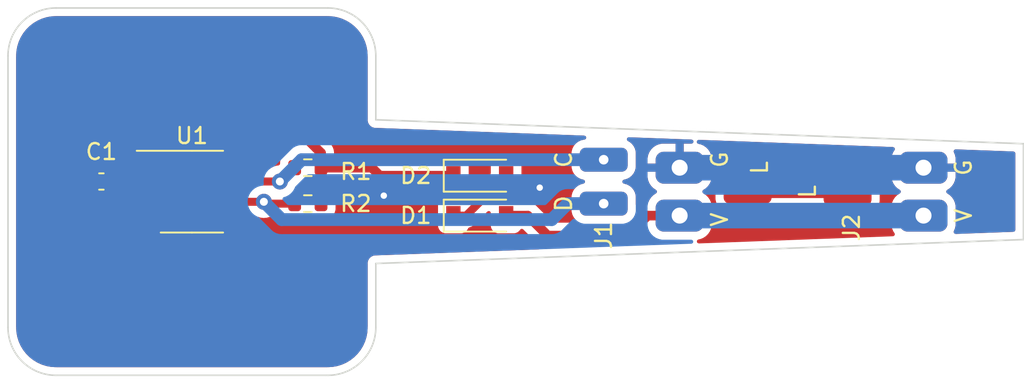
<source format=kicad_pcb>
(kicad_pcb (version 20211014) (generator pcbnew)
  (layers (0 "F.Cu" signal) (31 "B.Cu" signal) (34 "B.Paste" user) (35 "F.Paste" user) (36 "B.SilkS" user "B.Silkscreen") (37 "F.SilkS" user "F.Silkscreen") (38 "B.Mask" user) (39 "F.Mask" user) (44 "Edge.Cuts" user))
  (net 0 "")
  (net 1 "Net-(C1-Pad1)")
  (net 2 "GND")
  (net 3 "Net-(D1-Pad1)")
  (net 4 "+5V")
  (net 5 "Net-(J1-Pad2)")
  (net 6 "Net-(R1-Pad2)")
  (net 7 "Net-(R2-Pad2)")
  (footprint "Resistor_SMD:R_0603_1608Metric" (layer "F.Cu") (at 198.75 96 180)
    (fp_text reference "R1" (at -3 -0.25 180) (layer "F.SilkS"))
    (fp_text value "4.7K" hide)
    (fp_line (start -0.237258 -0.5225) (end 0.237258 -0.5225) (layer "F.SilkS") (width 0.12))
    (fp_line (start -0.237258 0.5225) (end 0.237258 0.5225) (layer "F.SilkS") (width 0.12))
    (pad "1" smd roundrect (at -0.825 0 180) (size 0.8 0.95) (layers "F.Cu" "F.Paste" "F.Mask") (net 1 "Net-(C1-Pad1)"))
    (pad "2" smd roundrect (at 0.825 0 180) (size 0.8 0.95) (layers "F.Cu" "F.Paste" "F.Mask") (net 6 "Net-(R1-Pad2)"))
  )
  (footprint "Capacitor_SMD:C_0603_1608Metric" (layer "F.Cu") (at 185.84 96.865 180)
    (fp_text reference "C1" (at 0 1.865 180) (layer "F.SilkS"))
    (fp_text value "C" hide)
    (fp_line (start -0.14058 -0.51) (end 0.14058 -0.51) (layer "F.SilkS") (width 0.12))
    (fp_line (start -0.14058 0.51) (end 0.14058 0.51) (layer "F.SilkS") (width 0.12))
    (pad "1" smd roundrect (at -0.775 0 180) (size 0.9 0.95) (layers "F.Cu" "F.Paste" "F.Mask") (net 1 "Net-(C1-Pad1)"))
    (pad "2" smd roundrect (at 0.775 0 180) (size 0.9 0.95) (layers "F.Cu" "F.Paste" "F.Mask") (net 2 "GND"))
  )
  (footprint "Package_SO:SOIC-8_3.9x4.9mm_P1.27mm" (layer "F.Cu") (at 191.5 97.5)
    (fp_text reference "U1" (at 0 -3.5) (layer "F.SilkS"))
    (fp_text value "AS5600")
    (fp_line (start 0 -2.56) (end 1.95 -2.56) (layer "F.SilkS") (width 0.12))
    (fp_line (start 0 2.56) (end -1.95 2.56) (layer "F.SilkS") (width 0.12))
    (fp_line (start 0 2.56) (end 1.95 2.56) (layer "F.SilkS") (width 0.12))
    (fp_line (start 0 -2.56) (end -3.45 -2.56) (layer "F.SilkS") (width 0.12))
    (pad "1" smd roundrect (at -2.475 -1.905) (size 1.95 0.6) (layers "F.Cu" "F.Paste" "F.Mask") (net 1 "Net-(C1-Pad1)"))
    (pad "2" smd roundrect (at -2.475 -0.635) (size 1.95 0.6) (layers "F.Cu" "F.Paste" "F.Mask") (net 1 "Net-(C1-Pad1)"))
    (pad "3" smd roundrect (at -2.475 0.635) (size 1.95 0.6) (layers "F.Cu" "F.Paste" "F.Mask"))
    (pad "4" smd roundrect (at -2.475 1.905) (size 1.95 0.6) (layers "F.Cu" "F.Paste" "F.Mask") (net 2 "GND"))
    (pad "5" smd roundrect (at 2.475 1.905) (size 1.95 0.6) (layers "F.Cu" "F.Paste" "F.Mask"))
    (pad "6" smd roundrect (at 2.475 0.635) (size 1.95 0.6) (layers "F.Cu" "F.Paste" "F.Mask") (net 7 "Net-(R2-Pad2)"))
    (pad "7" smd roundrect (at 2.475 -0.635) (size 1.95 0.6) (layers "F.Cu" "F.Paste" "F.Mask") (net 6 "Net-(R1-Pad2)"))
    (pad "8" smd roundrect (at 2.475 -1.905) (size 1.95 0.6) (layers "F.Cu" "F.Paste" "F.Mask") (net 2 "GND"))
  )
  (footprint "Diode_SMD:D_SOD-123" (layer "F.Cu") (at 209.5 99)
    (fp_text reference "D1" (at -4 0) (layer "F.SilkS"))
    (fp_text value "1N4148" hide)
    (fp_line (start -2.25 -1) (end 1.65 -1) (layer "F.SilkS") (width 0.12))
    (fp_line (start -2.25 1) (end 1.65 1) (layer "F.SilkS") (width 0.12))
    (fp_line (start -2.25 -1) (end -2.25 1) (layer "F.SilkS") (width 0.12))
    (pad "1" smd rect (at -1.65 0) (size 0.9 1.2) (layers "F.Cu" "F.Paste" "F.Mask") (net 3 "Net-(D1-Pad1)"))
    (pad "2" smd rect (at 1.65 0) (size 0.9 1.2) (layers "F.Cu" "F.Paste" "F.Mask") (net 4 "+5V"))
  )
  (footprint "iidx_tt:Pads3" (layer "F.Cu") (at 234.75 97.5 180)
    (fp_text reference "J2" (at 2 -2.25 270) (layer "F.SilkS"))
    (fp_text value "Conn_01x03_Female" hide)
    (fp_text user "L" (at 4.75 0 90 unlocked) (layer "F.SilkS"))
    (fp_text user "V" (at -5 -1.5 90 unlocked) (layer "F.SilkS"))
    (fp_text user "G" (at -5 1.5 90 unlocked) (layer "F.SilkS"))
    (pad "1" thru_hole roundrect (at -2.5 -1.5 180) (size 3 2) (drill 1) (layers *.Cu *.Mask) (net 4 "+5V"))
    (pad "2" smd roundrect (at 2.25 0 180) (size 3 1.9) (layers "F.Cu" "F.Paste" "F.Mask") (net 5 "Net-(J1-Pad2)"))
    (pad "3" thru_hole roundrect (at -2.5 1.5 180) (size 3 2) (drill 1) (layers *.Cu *.Mask) (net 2 "GND"))
  )
  (footprint "Diode_SMD:D_SOD-123" (layer "F.Cu") (at 209.5 96.5)
    (fp_text reference "D2" (at -4 0) (layer "F.SilkS"))
    (fp_text value "1N4148" hide)
    (fp_line (start -2.25 -1) (end -2.25 1) (layer "F.SilkS") (width 0.12))
    (fp_line (start -2.25 -1) (end 1.65 -1) (layer "F.SilkS") (width 0.12))
    (fp_line (start -2.25 1) (end 1.65 1) (layer "F.SilkS") (width 0.12))
    (pad "1" smd rect (at -1.65 0) (size 0.9 1.2) (layers "F.Cu" "F.Paste" "F.Mask") (net 1 "Net-(C1-Pad1)"))
    (pad "2" smd rect (at 1.65 0) (size 0.9 1.2) (layers "F.Cu" "F.Paste" "F.Mask") (net 3 "Net-(D1-Pad1)"))
  )
  (footprint "iidx_tt:Pads5" (layer "F.Cu") (at 219.75 97.5 180)
    (fp_text reference "J1" (at 2.5 -2.75 270) (layer "F.SilkS"))
    (fp_text value "Conn_01x05_Female" hide)
    (fp_text user "G" (at -4.75 2 90 unlocked) (layer "F.SilkS"))
    (fp_text user "D" (at 5 -0.75 90 unlocked) (layer "F.SilkS"))
    (fp_text user "V" (at -4.75 -1.75 90 unlocked) (layer "F.SilkS"))
    (fp_text user "C" (at 5 2 90 unlocked) (layer "F.SilkS"))
    (fp_text user "L" (at -7.25 1.5 90 unlocked) (layer "F.SilkS"))
    (pad "1" thru_hole roundrect (at -2.25 -1.5 180) (size 3 2) (drill 1) (layers *.Cu *.Mask) (net 4 "+5V"))
    (pad "2" smd roundrect (at -6.5 0 180) (size 3 1.5) (layers "F.Cu" "F.Paste" "F.Mask") (net 5 "Net-(J1-Pad2)"))
    (pad "3" thru_hole roundrect (at 2.5 -0.75 180) (size 3 1.5) (drill 0.6) (layers *.Cu *.Mask) (net 7 "Net-(R2-Pad2)"))
    (pad "4" thru_hole roundrect (at 2.5 2 180) (size 3 1.5) (drill 0.6) (layers *.Cu *.Mask) (net 6 "Net-(R1-Pad2)"))
    (pad "5" thru_hole roundrect (at -2.25 1.5 180) (size 3 2) (drill 1) (layers *.Cu *.Mask) (net 2 "GND"))
  )
  (footprint "Resistor_SMD:R_0603_1608Metric" (layer "F.Cu") (at 198.75 98.25 180)
    (fp_text reference "R2" (at -3 0 180) (layer "F.SilkS"))
    (fp_text value "4.7K" hide)
    (fp_line (start -0.237258 0.5225) (end 0.237258 0.5225) (layer "F.SilkS") (width 0.12))
    (fp_line (start -0.237258 -0.5225) (end 0.237258 -0.5225) (layer "F.SilkS") (width 0.12))
    (pad "1" smd roundrect (at -0.825 0 180) (size 0.8 0.95) (layers "F.Cu" "F.Paste" "F.Mask") (net 1 "Net-(C1-Pad1)"))
    (pad "2" smd roundrect (at 0.825 0 180) (size 0.8 0.95) (layers "F.Cu" "F.Paste" "F.Mask") (net 7 "Net-(R2-Pad2)"))
  )
  (gr_line (start 183 109) (end 200 109) (layer "Edge.Cuts") (width 0.1))
  (gr_arc (start 180 89) (mid 180.87868 86.87868) (end 183 86) (layer "Edge.Cuts") (width 0.1))
  (gr_line (start 203 93) (end 203 89) (layer "Edge.Cuts") (width 0.1))
  (gr_line (start 180 89) (end 180 106) (layer "Edge.Cuts") (width 0.1))
  (gr_line (start 203 93) (end 243.5 94.5) (layer "Edge.Cuts") (width 0.1))
  (gr_arc (start 200 86) (mid 202.12132 86.87868) (end 203 89) (layer "Edge.Cuts") (width 0.1))
  (gr_arc (start 203 106) (mid 202.12132 108.12132) (end 200 109) (layer "Edge.Cuts") (width 0.1))
  (gr_line (start 203 106) (end 203 102) (layer "Edge.Cuts") (width 0.1))
  (gr_line (start 200 86) (end 183 86) (layer "Edge.Cuts") (width 0.1))
  (gr_line (start 243.5 100.5) (end 203 102) (layer "Edge.Cuts") (width 0.1))
  (gr_line (start 243.5 94.5) (end 243.5 100.5) (layer "Edge.Cuts") (width 0.1))
  (gr_arc (start 183 109) (mid 180.87868 108.12132) (end 180 106) (layer "Edge.Cuts") (width 0.1))
  (segment (start 188.925 95.075) (end 188.925 96.865) (width 0.6) (layer "F.Cu") (net 1))
  (segment (start 199.575 96) (end 199.575 97.675) (width 0.6) (layer "F.Cu") (net 1))
  (segment (start 202.75 96) (end 199.575 96) (width 0.6) (layer "F.Cu") (net 1))
  (segment (start 188.925 96.865) (end 186.615 96.865) (width 0.6) (layer "F.Cu") (net 1))
  (segment (start 189.75 94.25) (end 188.925 95.075) (width 0.6) (layer "F.Cu") (net 1))
  (segment (start 207.85 96.5) (end 203.25 96.5) (width 0.6) (layer "F.Cu") (net 1))
  (segment (start 199.575 97.675) (end 199.575 98.25) (width 0.6) (layer "F.Cu") (net 1))
  (segment (start 199.575 95.075) (end 198.75 94.25) (width 0.6) (layer "F.Cu") (net 1))
  (segment (start 199.575 96) (end 199.575 95.075) (width 0.6) (layer "F.Cu") (net 1))
  (segment (start 198.75 94.25) (end 189.75 94.25) (width 0.6) (layer "F.Cu") (net 1))
  (segment (start 203.25 96.5) (end 202.75 96) (width 0.6) (layer "F.Cu") (net 1))
  (via (at 203.5 97.75) (size 0.8) (drill 0.4) (layers "F.Cu" "B.Cu") (net 2))
  (via (at 213.25 97.25) (size 0.8) (drill 0.4) (layers "F.Cu" "B.Cu") (net 2))
  (segment (start 237.25 96) (end 222 96) (width 1.6) (layer "B.Cu") (net 2))
  (segment (start 208.65 99) (end 211.15 96.5) (width 0.5) (layer "F.Cu") (net 3))
  (segment (start 207.85 99) (end 208.65 99) (width 0.5) (layer "F.Cu") (net 3))
  (segment (start 222 99) (end 220 99) (width 0.6) (layer "F.Cu") (net 4))
  (segment (start 213.75 100.25) (end 212.5 99) (width 0.6) (layer "F.Cu") (net 4))
  (segment (start 218.75 100.25) (end 213.75 100.25) (width 0.6) (layer "F.Cu") (net 4))
  (segment (start 212.5 99) (end 211.15 99) (width 0.6) (layer "F.Cu") (net 4))
  (segment (start 220 99) (end 218.75 100.25) (width 0.6) (layer "F.Cu") (net 4))
  (segment (start 237.25 99) (end 222 99) (width 1.6) (layer "B.Cu") (net 4))
  (segment (start 232.5 97.5) (end 226.25 97.5) (width 0.8) (layer "F.Cu") (net 5))
  (segment (start 197.06 96.865) (end 197.925 96) (width 0.5) (layer "F.Cu") (net 6))
  (segment (start 197 96.865) (end 197.06 96.865) (width 0.5) (layer "F.Cu") (net 6))
  (segment (start 194.075 96.865) (end 197 96.865) (width 0.5) (layer "F.Cu") (net 6))
  (via (at 197 96.865) (size 1) (drill 0.5) (layers "F.Cu" "B.Cu") (net 6))
  (segment (start 198.365 95.5) (end 197 96.865) (width 0.8) (layer "B.Cu") (net 6))
  (segment (start 217.25 95.5) (end 198.365 95.5) (width 0.8) (layer "B.Cu") (net 6))
  (segment (start 196 98.135) (end 196.115 98.25) (width 0.5) (layer "F.Cu") (net 7))
  (segment (start 196.115 98.25) (end 197.925 98.25) (width 0.5) (layer "F.Cu") (net 7))
  (segment (start 194.075 98.135) (end 196 98.135) (width 0.5) (layer "F.Cu") (net 7))
  (via (at 196 98.135) (size 1) (drill 0.5) (layers "F.Cu" "B.Cu") (net 7))
  (segment (start 215 98.25) (end 214 99.25) (width 0.8) (layer "B.Cu") (net 7))
  (segment (start 217.25 98.25) (end 215 98.25) (width 0.8) (layer "B.Cu") (net 7))
  (segment (start 214 99.25) (end 197.115 99.25) (width 0.8) (layer "B.Cu") (net 7))
  (segment (start 197.115 99.25) (end 196 98.135) (width 0.8) (layer "B.Cu") (net 7))
  (zone (net 2) (net_name "GND") (layers F&B.Cu) (connect_pads (clearance 0.508)) (min_thickness 0.254) (fill yes (thermal_gap 0.508) (thermal_bridge_width 0.508))
    (polygon (pts (xy 243.5 109.5) (xy 179.5 109.5) (xy 179.5 85.5) (xy 243.5 85.5)))
  )
)
</source>
